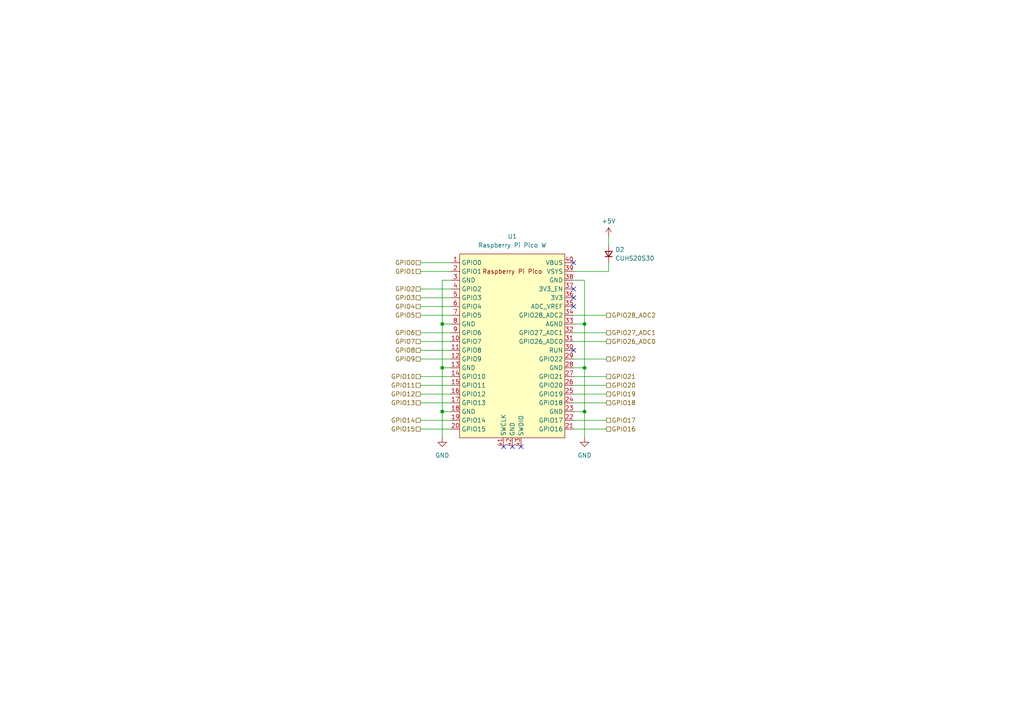
<source format=kicad_sch>
(kicad_sch (version 20231120) (generator "eeschema") (generator_version "8.0")
  (paper "A4")
  (title_block (title "SONY Speaker LED Small") (company "ProductYZ"))
  (lib_symbols
    (symbol "Device:D_Small" (pin_numbers hide) (pin_names (offset 0.254) hide)
      (property "Reference" "D" (at -1.27 2.032 0))
      (property "Value" "D_Small" (at -3.81 -2.032 0))
      (symbol "D_Small_0_1"
        (polyline (pts (xy -0.762 -1.016) (xy -0.762 1.016)) (stroke (width 0.254)))
        (polyline (pts (xy -0.762 0) (xy 0.762 0)))
        (polyline (pts (xy 0.762 -1.016) (xy -0.762 0) (xy 0.762 1.016) (xy 0.762 -1.016)) (stroke (width 0.254)))
      )
      (symbol "D_Small_1_1"
        (pin passive line (at -2.54 0 0) (length 1.778) (name "K") (number "1"))
        (pin passive line (at 2.54 0 180) (length 1.778) (name "A") (number "2"))
      )
    )
    (symbol "GND_1" (power) (pin_names (offset 0))
      (property "Value" "GND" (at 0 -3.81 0))
      (symbol "GND_1_0_1"
        (polyline (pts (xy 0 0) (xy 0 -1.27) (xy 1.27 -1.27) (xy 0 -2.54) (xy -1.27 -1.27) (xy 0 -1.27)))
      )
      (symbol "GND_1_1_1"
        (pin power_in line (at 0 0 270) (length 0) hide (name "GND") (number "1"))
      )
    )
    (symbol "GND_2" (power) (pin_names (offset 0))
      (property "Value" "GND" (at 0 -3.81 0))
      (symbol "GND_2_0_1"
        (polyline (pts (xy 0 0) (xy 0 -1.27) (xy 1.27 -1.27) (xy 0 -2.54) (xy -1.27 -1.27) (xy 0 -1.27)))
      )
      (symbol "GND_2_1_1"
        (pin power_in line (at 0 0 270) (length 0) hide (name "GND") (number "1"))
      )
    )
    (symbol "MCU_RaspberryPi_and_Boards:Pico"
      (property "Reference" "U" (at -13.97 27.94 0))
      (property "Value" "Pico" (at 0 19.05 0))
      (symbol "Pico_0_0"
        (text "Raspberry Pi Pico" (at 0 21.59 0) (effects (font (size 1.27 1.27))))
      )
      (symbol "Pico_0_1"
        (rectangle (start -15.24 26.67) (end 15.24 -26.67) (fill (type background)))
      )
      (symbol "Pico_1_1"
        (pin bidirectional line (at -17.78 24.13 0) (length 2.54) (name "GPIO0") (number "1"))
        (pin bidirectional line (at -17.78 1.27 0) (length 2.54) (name "GPIO7") (number "10"))
        (pin bidirectional line (at -17.78 -1.27 0) (length 2.54) (name "GPIO8") (number "11"))
        (pin bidirectional line (at -17.78 -3.81 0) (length 2.54) (name "GPIO9") (number "12"))
        (pin power_in line (at -17.78 -6.35 0) (length 2.54) (name "GND") (number "13"))
        (pin bidirectional line (at -17.78 -8.89 0) (length 2.54) (name "GPIO10") (number "14"))
        (pin bidirectional line (at -17.78 -11.43 0) (length 2.54) (name "GPIO11") (number "15"))
        (pin bidirectional line (at -17.78 -13.97 0) (length 2.54) (name "GPIO12") (number "16"))
        (pin bidirectional line (at -17.78 -16.51 0) (length 2.54) (name "GPIO13") (number "17"))
        (pin power_in line (at -17.78 -19.05 0) (length 2.54) (name "GND") (number "18"))
        (pin bidirectional line (at -17.78 -21.59 0) (length 2.54) (name "GPIO14") (number "19"))
        (pin bidirectional line (at -17.78 21.59 0) (length 2.54) (name "GPIO1") (number "2"))
        (pin bidirectional line (at -17.78 -24.13 0) (length 2.54) (name "GPIO15") (number "20"))
        (pin bidirectional line (at 17.78 -24.13 180) (length 2.54) (name "GPIO16") (number "21"))
        (pin bidirectional line (at 17.78 -21.59 180) (length 2.54) (name "GPIO17") (number "22"))
        (pin power_in line (at 17.78 -19.05 180) (length 2.54) (name "GND") (number "23"))
        (pin bidirectional line (at 17.78 -16.51 180) (length 2.54) (name "GPIO18") (number "24"))
        (pin bidirectional line (at 17.78 -13.97 180) (length 2.54) (name "GPIO19") (number "25"))
        (pin bidirectional line (at 17.78 -11.43 180) (length 2.54) (name "GPIO20") (number "26"))
        (pin bidirectional line (at 17.78 -8.89 180) (length 2.54) (name "GPIO21") (number "27"))
        (pin power_in line (at 17.78 -6.35 180) (length 2.54) (name "GND") (number "28"))
        (pin bidirectional line (at 17.78 -3.81 180) (length 2.54) (name "GPIO22") (number "29"))
        (pin power_in line (at -17.78 19.05 0) (length 2.54) (name "GND") (number "3"))
        (pin input line (at 17.78 -1.27 180) (length 2.54) (name "RUN") (number "30"))
        (pin bidirectional line (at 17.78 1.27 180) (length 2.54) (name "GPIO26_ADC0") (number "31"))
        (pin bidirectional line (at 17.78 3.81 180) (length 2.54) (name "GPIO27_ADC1") (number "32"))
        (pin power_in line (at 17.78 6.35 180) (length 2.54) (name "AGND") (number "33"))
        (pin bidirectional line (at 17.78 8.89 180) (length 2.54) (name "GPIO28_ADC2") (number "34"))
        (pin power_in line (at 17.78 11.43 180) (length 2.54) (name "ADC_VREF") (number "35"))
        (pin power_in line (at 17.78 13.97 180) (length 2.54) (name "3V3") (number "36"))
        (pin input line (at 17.78 16.51 180) (length 2.54) (name "3V3_EN") (number "37"))
        (pin power_in line (at 17.78 19.05 180) (length 2.54) (name "GND") (number "38"))
        (pin power_in line (at 17.78 21.59 180) (length 2.54) (name "VSYS") (number "39"))
        (pin bidirectional line (at -17.78 16.51 0) (length 2.54) (name "GPIO2") (number "4"))
        (pin power_in line (at 17.78 24.13 180) (length 2.54) (name "VBUS") (number "40"))
        (pin input line (at -2.54 -29.21 90) (length 2.54) (name "SWCLK") (number "41"))
        (pin power_in line (at 0 -29.21 90) (length 2.54) (name "GND") (number "42"))
        (pin bidirectional line (at 2.54 -29.21 90) (length 2.54) (name "SWDIO") (number "43"))
        (pin bidirectional line (at -17.78 13.97 0) (length 2.54) (name "GPIO3") (number "5"))
        (pin bidirectional line (at -17.78 11.43 0) (length 2.54) (name "GPIO4") (number "6"))
        (pin bidirectional line (at -17.78 8.89 0) (length 2.54) (name "GPIO5") (number "7"))
        (pin power_in line (at -17.78 6.35 0) (length 2.54) (name "GND") (number "8"))
        (pin bidirectional line (at -17.78 3.81 0) (length 2.54) (name "GPIO6") (number "9"))
      )
    )
    (symbol "power:+5V" (power) (pin_names (offset 0))
      (property "Value" "+5V" (at 0 3.556 0))
      (symbol "+5V_0_1"
        (polyline (pts (xy -0.762 1.27) (xy 0 2.54)))
        (polyline (pts (xy 0 0) (xy 0 2.54)))
        (polyline (pts (xy 0 2.54) (xy 0.762 1.27)))
      )
      (symbol "+5V_1_1"
        (pin power_in line (at 0 0 90) (length 0) hide (name "+5V") (number "1"))
      )
    )
  )
  (junction (at 128.27 106.68))
  (junction (at 128.27 119.38))
  (junction (at 128.27 93.98))
  (junction (at 169.545 93.98))
  (junction (at 169.545 106.68))
  (junction (at 169.545 119.38))
  (no_connect (at 166.37 76.2))
  (no_connect (at 166.37 101.6))
  (no_connect (at 146.05 129.54))
  (no_connect (at 166.37 83.82))
  (no_connect (at 166.37 86.36))
  (no_connect (at 151.13 129.54))
  (no_connect (at 148.59 129.54))
  (no_connect (at 166.37 88.9))
  (wire (pts (xy 166.37 119.38) (xy 169.545 119.38)))
  (wire (pts (xy 128.27 119.38) (xy 130.81 119.38)))
  (wire (pts (xy 121.92 104.14) (xy 130.81 104.14)))
  (wire (pts (xy 166.37 109.22) (xy 175.895 109.22)))
  (wire (pts (xy 166.37 96.52) (xy 175.895 96.52)))
  (wire (pts (xy 121.92 91.44) (xy 130.81 91.44)))
  (wire (pts (xy 128.27 81.28) (xy 128.27 93.98)))
  (wire (pts (xy 128.27 106.68) (xy 130.81 106.68)))
  (wire (pts (xy 166.37 114.3) (xy 175.895 114.3)))
  (wire (pts (xy 166.37 104.14) (xy 175.895 104.14)))
  (wire (pts (xy 166.37 99.06) (xy 175.895 99.06)))
  (wire (pts (xy 121.92 121.92) (xy 130.81 121.92)))
  (wire (pts (xy 169.545 81.28) (xy 169.545 93.98)))
  (wire (pts (xy 166.37 81.28) (xy 169.545 81.28)))
  (wire (pts (xy 121.92 109.22) (xy 130.81 109.22)))
  (wire (pts (xy 176.53 76.2) (xy 176.53 78.74)))
  (wire (pts (xy 121.92 86.36) (xy 130.81 86.36)))
  (wire (pts (xy 166.37 78.74) (xy 176.53 78.74)))
  (wire (pts (xy 166.37 124.46) (xy 175.895 124.46)))
  (wire (pts (xy 166.37 106.68) (xy 169.545 106.68)))
  (wire (pts (xy 128.27 93.98) (xy 128.27 106.68)))
  (wire (pts (xy 121.92 78.74) (xy 130.81 78.74)))
  (wire (pts (xy 130.81 81.28) (xy 128.27 81.28)))
  (wire (pts (xy 169.545 106.68) (xy 169.545 119.38)))
  (wire (pts (xy 121.92 99.06) (xy 130.81 99.06)))
  (wire (pts (xy 121.92 83.82) (xy 130.81 83.82)))
  (wire (pts (xy 121.92 116.84) (xy 130.81 116.84)))
  (wire (pts (xy 176.53 68.58) (xy 176.53 71.12)))
  (wire (pts (xy 166.37 91.44) (xy 175.895 91.44)))
  (wire (pts (xy 121.92 96.52) (xy 130.81 96.52)))
  (wire (pts (xy 169.545 93.98) (xy 169.545 106.68)))
  (wire (pts (xy 166.37 111.76) (xy 175.895 111.76)))
  (wire (pts (xy 166.37 121.92) (xy 175.895 121.92)))
  (wire (pts (xy 128.27 93.98) (xy 130.81 93.98)))
  (wire (pts (xy 121.92 111.76) (xy 130.81 111.76)))
  (wire (pts (xy 128.27 119.38) (xy 128.27 127)))
  (wire (pts (xy 166.37 116.84) (xy 175.895 116.84)))
  (wire (pts (xy 121.92 124.46) (xy 130.81 124.46)))
  (wire (pts (xy 121.92 88.9) (xy 130.81 88.9)))
  (wire (pts (xy 121.92 76.2) (xy 130.81 76.2)))
  (wire (pts (xy 121.92 101.6) (xy 130.81 101.6)))
  (wire (pts (xy 166.37 93.98) (xy 169.545 93.98)))
  (wire (pts (xy 169.545 119.38) (xy 169.545 127)))
  (wire (pts (xy 121.92 114.3) (xy 130.81 114.3)))
  (wire (pts (xy 128.27 106.68) (xy 128.27 119.38)))
  (hierarchical_label "GPIO28_ADC2" (shape passive) (at 175.895 91.44 0))
  (hierarchical_label "GPIO11" (shape passive) (at 121.92 111.76 180))
  (hierarchical_label "GPIO5" (shape passive) (at 121.92 91.44 180))
  (hierarchical_label "GPIO18" (shape passive) (at 175.895 116.84 0))
  (hierarchical_label "GPIO27_ADC1" (shape passive) (at 175.895 96.52 0))
  (hierarchical_label "GPIO19" (shape passive) (at 175.895 114.3 0))
  (hierarchical_label "GPIO15" (shape passive) (at 121.92 124.46 180))
  (hierarchical_label "GPIO1" (shape passive) (at 121.92 78.74 180))
  (hierarchical_label "GPIO22" (shape passive) (at 175.895 104.14 0))
  (hierarchical_label "GPIO21" (shape passive) (at 175.895 109.22 0))
  (hierarchical_label "GPIO2" (shape passive) (at 121.92 83.82 180))
  (hierarchical_label "GPIO7" (shape passive) (at 121.92 99.06 180))
  (hierarchical_label "GPIO12" (shape passive) (at 121.92 114.3 180))
  (hierarchical_label "GPIO17" (shape passive) (at 175.895 121.92 0))
  (hierarchical_label "GPIO13" (shape passive) (at 121.92 116.84 180))
  (hierarchical_label "GPIO9" (shape passive) (at 121.92 104.14 180))
  (hierarchical_label "GPIO10" (shape passive) (at 121.92 109.22 180))
  (hierarchical_label "GPIO8" (shape passive) (at 121.92 101.6 180))
  (hierarchical_label "GPIO14" (shape passive) (at 121.92 121.92 180))
  (hierarchical_label "GPIO20" (shape passive) (at 175.895 111.76 0))
  (hierarchical_label "GPIO0" (shape passive) (at 121.92 76.2 180))
  (hierarchical_label "GPIO6" (shape passive) (at 121.92 96.52 180))
  (hierarchical_label "GPIO4" (shape passive) (at 121.92 88.9 180))
  (hierarchical_label "GPIO26_ADC0" (shape passive) (at 175.895 99.06 0))
  (hierarchical_label "GPIO3" (shape passive) (at 121.92 86.36 180))
  (hierarchical_label "GPIO16" (shape passive) (at 175.895 124.46 0))
  (symbol (lib_name "GND_1") (lib_id "power:GND") (at 169.545 127 0) (unit 1)
    (property "Reference" "#PWR09" (effects (hide yes)))
    (property "Value" "GND" (at 169.545 132.08 0))
    (instances (project "" (path "" (reference "#PWR09") (unit 1))) (project "kicad_SONY_Speaker_LED" (path "" (reference "#PWR062") (unit 1))) (project "kicad_tube_cleaner_UI" (path "" (reference "#PWR010") (unit 1))))
  )
  (symbol (lib_id "MCU_RaspberryPi_and_Boards:Pico") (at 148.59 100.33 0) (unit 1)
    (property "Reference" "U1" (at 148.59 68.58 0))
    (property "Value" "Raspberry Pi Pico W" (at 148.59 71.12 0))
    (property "Footprint" "MCU_RaspberryPi_and_Boards:RPi_Pico_SMD_TH" (effects (hide yes)))
    (instances (project "kicad_tube_cleaner_prot2" (path "" (reference "U1") (unit 1))) (project "" (path "" (reference "U2") (unit 1))) (project "kicad_SONY_Speaker_LED" (path "" (reference "U2") (unit 1))) (project "kicad_tube_cleaner_UI" (path "" (reference "U1") (unit 1))))
  )
  (symbol (lib_id "Device:D_Small") (at 176.53 73.66 90) (unit 1)
    (property "Reference" "D2" (at 178.435 72.39 90) (effects (justify right)))
    (property "Value" "CUHS20S30" (at 178.435 74.93 90) (effects (justify right)))
    (property "Footprint" "Diode_SMD:D_TUMD2" (effects (hide yes)))
    (property "Sim.Device" "D" (effects (hide yes)))
    (property "Sim.Pins" "1=K 2=A" (effects (hide yes)))
    (instances (project "" (path "" (reference "D2") (unit 1))) (project "kicad_SONY_Speaker_LED" (path "" (reference "D262") (unit 1))) (project "kicad_tube_cleaner_UI" (path "" (reference "D4") (unit 1))))
  )
  (symbol (lib_name "GND_2") (lib_id "power:GND") (at 128.27 127 0) (unit 1)
    (property "Reference" "#PWR08" (effects (hide yes)))
    (property "Value" "GND" (at 128.27 132.08 0))
    (instances (project "" (path "" (reference "#PWR08") (unit 1))) (project "kicad_SONY_Speaker_LED" (path "" (reference "#PWR061") (unit 1))) (project "kicad_tube_cleaner_UI" (path "" (reference "#PWR08") (unit 1))))
  )
  (symbol (lib_id "power:+5V") (at 176.53 68.58 0) (unit 1)
    (property "Reference" "#PWR010" (effects (hide yes)))
    (property "Value" "+5V" (at 176.53 64.135 0))
    (instances (project "" (path "" (reference "#PWR010") (unit 1))) (project "kicad_SONY_Speaker_LED" (path "" (reference "#PWR063") (unit 1))) (project "kicad_tube_cleaner_UI" (path "" (reference "#PWR09") (unit 1))))
  )
)
</source>
